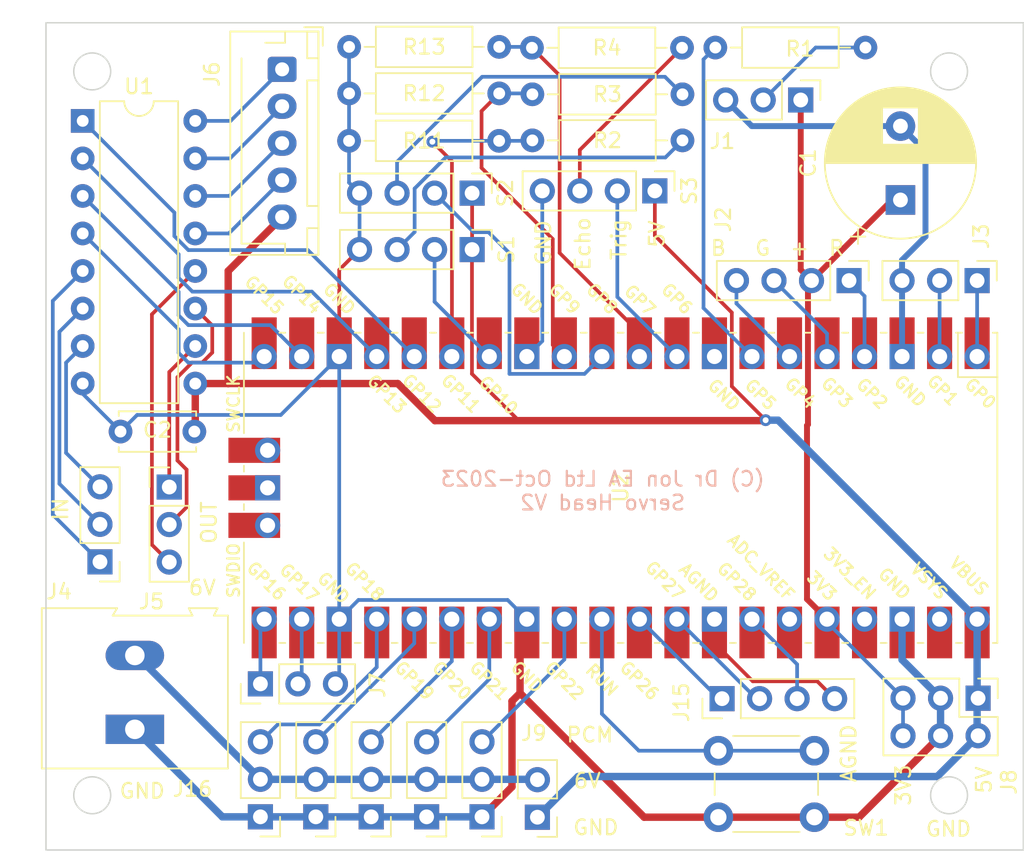
<source format=kicad_pcb>
(kicad_pcb (version 20211014) (generator pcbnew)
  (layers (0 "F.Cu" signal) (31 "B.Cu" signal) (34 "B.Paste" user) (35 "F.Paste" user) (36 "B.SilkS" user "B.Silkscreen") (37 "F.SilkS" user "F.Silkscreen") (38 "B.Mask" user) (39 "F.Mask" user) (44 "Edge.Cuts" user))
  (net 0 "")
  (net 1 "+3.3V")
  (net 2 "GND")
  (net 3 "Net-(D1-Pad4)")
  (net 4 "Net-(J2-Pad1)")
  (net 5 "Net-(J3-Pad1)")
  (net 6 "Net-(J2-Pad3)")
  (net 7 "Net-(J2-Pad4)")
  (net 8 "Net-(J3-Pad2)")
  (net 9 "Net-(U1-Pad5)")
  (net 10 "Net-(U1-Pad6)")
  (net 11 "+6V")
  (net 12 "Net-(U1-Pad7)")
  (net 13 "Net-(U1-Pad10)")
  (net 14 "Net-(U1-Pad11)")
  (net 15 "Net-(J10-Pad3)")
  (net 16 "Net-(J11-Pad3)")
  (net 17 "Net-(J12-Pad3)")
  (net 18 "Net-(U1-Pad12)")
  (net 19 "Net-(J6-Pad1)")
  (net 20 "Net-(J14-Pad3)")
  (net 21 "Net-(J6-Pad2)")
  (net 22 "Net-(R1-Pad2)")
  (net 23 "Net-(R2-Pad1)")
  (net 24 "Net-(R11-Pad1)")
  (net 25 "Net-(R3-Pad1)")
  (net 26 "Net-(R12-Pad1)")
  (net 27 "Net-(R4-Pad1)")
  (net 28 "Net-(R13-Pad1)")
  (net 29 "Net-(S1-Pad2)")
  (net 30 "Net-(S2-Pad2)")
  (net 31 "Net-(S3-Pad2)")
  (net 32 "Net-(SW1-Pad1)")
  (net 33 "Net-(J6-Pad3)")
  (net 34 "Net-(J6-Pad4)")
  (net 35 "Net-(U2-Pad21)")
  (net 36 "Net-(U2-Pad22)")
  (net 37 "Net-(J13-Pad3)")
  (net 38 "Net-(J15-Pad1)")
  (net 39 "Net-(J15-Pad3)")
  (net 40 "Net-(U2-Pad20)")
  (net 41 "Net-(U2-Pad19)")
  (net 42 "Net-(U2-Pad17)")
  (net 43 "Net-(U2-Pad16)")
  (net 51 "Net-(U2-Pad32)")
  (net 52 "Net-(U2-Pad33)")
  (net 53 "+5V")
  (footprint "Connector_PinHeader_2.54mm:PinHeader_1x03_P2.54mm_Vertical" (layer "F.Cu") (at 53.75 84.75 180)
    (fp_text reference "J11" hide)
    (fp_text value "Conn_01x03_Male")
  )
  (footprint "MCU_RaspberryPi_and_Boards:RPi_Pico_SMD_TH" (layer "F.Cu") (at 66.885 62.48 -90)
    (fp_text reference "U2")
    (fp_text value "Pico")
  )
  (footprint "Connector_PinHeader_2.54mm:PinHeader_1x03_P2.54mm_Vertical" (layer "F.Cu") (at 31.64 67.49 180)
    (fp_text reference "J4")
    (fp_text value "Conn_01x03_Male")
  )
  (footprint "Connector_PinHeader_2.54mm:PinHeader_1x03_P2.54mm_Vertical" (layer "F.Cu") (at 79.075 36.225 -90)
    (fp_text reference "J1")
    (fp_text value "Conn_01x03_Male")
  )
  (footprint "Resistor_THT:R_Axial_DIN0207_L6.3mm_D2.5mm_P10.16mm_Horizontal" (layer "F.Cu") (at 58.66 38.99 180)
    (fp_text reference "R11")
    (fp_text value "3k3")
  )
  (footprint "Button_Switch_THT:SW_PUSH_6mm" (layer "F.Cu") (at 73.5 80.275)
    (fp_text reference "SW1")
    (fp_text value "SW_Push")
  )
  (footprint "Connector_PinHeader_2.54mm:PinHeader_1x03_P2.54mm_Vertical" (layer "F.Cu") (at 36.33 62.425)
    (fp_text reference "J5")
    (fp_text value "Conn_01x03_Male")
  )
  (footprint "Connector_PinHeader_2.54mm:PinHeader_1x04_P2.54mm_Vertical" (layer "F.Cu") (at 73.75 76.75 90)
    (fp_text reference "J15")
    (fp_text value "Conn_01x04_Male")
  )
  (footprint "Connector_JST:JST_XH_B5B-XH-AM_1x05_P2.50mm_Vertical" (layer "F.Cu") (at 43.97 34.15 -90)
    (fp_text reference "J6")
    (fp_text value "Conn_01x05")
  )
  (footprint "TerminalBlock:TerminalBlock_Altech_AK300-2_P5.00mm" (layer "F.Cu") (at 34 78.827 90)
    (fp_text reference "J16")
    (fp_text value "Screw_Terminal_01x02")
  )
  (footprint "Connector_PinHeader_2.54mm:PinHeader_1x04_P2.54mm_Vertical" (layer "F.Cu") (at 56.83 46.35 -90)
    (fp_text reference "S1")
    (fp_text value "HCSR04")
  )
  (footprint "Connector_PinHeader_2.54mm:PinHeader_1x04_P2.54mm_Vertical" (layer "F.Cu") (at 69.2 42.38 -90)
    (fp_text reference "S3")
    (fp_text value "HCSR04")
  )
  (footprint "Capacitor_THT:CP_Radial_D10.0mm_P5.00mm" (layer "F.Cu") (at 85.825 42.992677 90)
    (fp_text reference "C1")
    (fp_text value "C_Polarized")
  )
  (footprint "Resistor_THT:R_Axial_DIN0207_L6.3mm_D2.5mm_P10.16mm_Horizontal" (layer "F.Cu") (at 71.04 32.69 180)
    (fp_text reference "R4")
    (fp_text value "2K2")
  )
  (footprint "Resistor_THT:R_Axial_DIN0207_L6.3mm_D2.5mm_P10.16mm_Horizontal" (layer "F.Cu") (at 58.665 32.63 180)
    (fp_text reference "R13")
    (fp_text value "3k3")
  )
  (footprint "Connector_PinHeader_2.54mm:PinHeader_2x03_P2.54mm_Vertical" (layer "F.Cu") (at 91.08 76.72 -90)
    (fp_text reference "J8")
    (fp_text value "Conn_02x03_Odd_Even")
  )
  (footprint "Resistor_THT:R_Axial_DIN0207_L6.3mm_D2.5mm_P10.16mm_Horizontal" (layer "F.Cu") (at 83.455 32.675 180)
    (fp_text reference "R1")
    (fp_text value "220R")
  )
  (footprint "Connector_PinHeader_2.54mm:PinHeader_1x03_P2.54mm_Vertical" (layer "F.Cu") (at 91.015 48.45 -90)
    (fp_text reference "J3")
    (fp_text value "Conn_01x03_Male")
  )
  (footprint "Capacitor_THT:C_Disc_D5.0mm_W2.5mm_P5.00mm" (layer "F.Cu") (at 38.03 58.67 180)
    (fp_text reference "C2")
    (fp_text value "100nF")
  )
  (footprint "Connector_PinHeader_2.54mm:PinHeader_1x03_P2.54mm_Vertical" (layer "F.Cu") (at 42.5 75.75 90)
    (fp_text reference "J7")
    (fp_text value "Conn_01x03_Male")
  )
  (footprint "Resistor_THT:R_Axial_DIN0207_L6.3mm_D2.5mm_P10.16mm_Horizontal" (layer "F.Cu") (at 71.07 35.84 180)
    (fp_text reference "R3")
    (fp_text value "2K2")
  )
  (footprint "Connector_PinHeader_2.54mm:PinHeader_1x04_P2.54mm_Vertical" (layer "F.Cu") (at 82.345 48.45 -90)
    (fp_text reference "J2")
    (fp_text value "Conn_01x04_Male")
  )
  (footprint "Connector_PinHeader_2.54mm:PinHeader_1x03_P2.54mm_Vertical" (layer "F.Cu") (at 50 84.75 180)
    (fp_text reference "J12" hide)
    (fp_text value "Conn_01x03_Male")
  )
  (footprint "Resistor_THT:R_Axial_DIN0207_L6.3mm_D2.5mm_P10.16mm_Horizontal" (layer "F.Cu") (at 58.665 35.78 180)
    (fp_text reference "R12")
    (fp_text value "3k3")
  )
  (footprint "Connector_PinHeader_2.54mm:PinHeader_1x03_P2.54mm_Vertical" (layer "F.Cu") (at 57.5 84.75 180)
    (fp_text reference "J10" hide)
    (fp_text value "Conn_01x03_Male")
  )
  (footprint "Connector_PinHeader_2.54mm:PinHeader_1x02_P2.54mm_Vertical" (layer "F.Cu") (at 61.25 84.775 180)
    (fp_text reference "J9")
    (fp_text value "Conn_01x02_Male")
  )
  (footprint "Package_DIP:DIP-16_W7.62mm" (layer "F.Cu") (at 30.47 37.64)
    (fp_text reference "U1")
    (fp_text value "ULN2003")
  )
  (footprint "Connector_PinHeader_2.54mm:PinHeader_1x03_P2.54mm_Vertical" (layer "F.Cu") (at 46.25 84.75 180)
    (fp_text reference "J13" hide)
    (fp_text value "Conn_01x03_Male")
  )
  (footprint "Resistor_THT:R_Axial_DIN0207_L6.3mm_D2.5mm_P10.16mm_Horizontal" (layer "F.Cu") (at 71.07 38.96 180)
    (fp_text reference "R2")
    (fp_text value "2K2")
  )
  (footprint "Connector_PinHeader_2.54mm:PinHeader_1x03_P2.54mm_Vertical" (layer "F.Cu") (at 42.5 84.75 180)
    (fp_text reference "J14" hide)
    (fp_text value "Conn_01x03_Male")
  )
  (footprint "Connector_PinHeader_2.54mm:PinHeader_1x04_P2.54mm_Vertical" (layer "F.Cu") (at 56.83 42.53 -90)
    (fp_text reference "S2")
    (fp_text value "HCSR04")
  )
  (gr_circle (center 31.115 83.29) (end 32.365 83.29) (layer "Edge.Cuts") (width 0.1) (fill none))
  (gr_circle (center 31.115 34.29) (end 32.365 34.29) (layer "Edge.Cuts") (width 0.1) (fill none))
  (gr_rect (start 27.985 30.995) (end 94.145 86.995) (layer "Edge.Cuts") (width 0.1) (fill none))
  (gr_circle (center 89.115 83.29) (end 90.365 83.29) (layer "Edge.Cuts") (width 0.1) (fill none))
  (gr_circle (center 89.115 34.29) (end 90.365 34.29) (layer "Edge.Cuts") (width 0.1) (fill none))
  (gr_text "(C) Dr Jon EA Ltd Oct-2023\nServo Head V2" (at 65.67 62.68) (layer "B.SilkS") (effects (font (size 1 1)) (justify mirror)))
  (gr_text "GND" (at 34.5 83) (layer "F.SilkS") (effects (font (size 1 1))))
  (gr_text "G" (at 76.5 46.25) (layer "F.SilkS") (effects (font (size 1 1))))
  (gr_text "5V" (at 69.34 45.29 90) (layer "F.SilkS") (effects (font (size 1 1))))
  (gr_text "+" (at 79 46.25) (layer "F.SilkS") (effects (font (size 1 1))))
  (gr_text "B" (at 73.5 46.25) (layer "F.SilkS") (effects (font (size 1 1))))
  (gr_text "IN" (at 28.97 63.92 90) (layer "F.SilkS") (effects (font (size 1 1))))
  (gr_text "6V" (at 38.57 69.24) (layer "F.SilkS") (effects (font (size 1 1))))
  (gr_text "3V3" (at 86.02 82.6 90) (layer "F.SilkS") (effects (font (size 1 1))))
  (gr_text "PCM" (at 64.8 79.2) (layer "F.SilkS") (effects (font (size 1 1))))
  (gr_text "6V" (at 64.63 82.31) (layer "F.SilkS") (effects (font (size 1 1))))
  (gr_text "GND" (at 89.08 85.57) (layer "F.SilkS") (effects (font (size 1 1))))
  (gr_text "OUT" (at 39.02 64.835 90) (layer "F.SilkS") (effects (font (size 1 1))))
  (gr_text "Trig" (at 66.76 45.67 90) (layer "F.SilkS") (effects (font (size 1 1))))
  (gr_text "AGND" (at 82.325 80.45 90) (layer "F.SilkS") (effects (font (size 1 1))))
  (gr_text "Echo" (at 64.32 45.97 90) (layer "F.SilkS") (effects (font (size 1 1))))
  (gr_text "GND" (at 61.66 45.89 90) (layer "F.SilkS") (effects (font (size 1 1))))
  (gr_text "GND" (at 65.21 85.47) (layer "F.SilkS") (effects (font (size 1 1))))
  (gr_text "5V" (at 91.48 82.25 90) (layer "F.SilkS") (effects (font (size 1 1))))
  (gr_text "R" (at 81.5 46.25) (layer "F.SilkS") (effects (font (size 1 1))))
  (segment (start 79.5 58.26) (end 79.565 58.195) (width 0.4) (layer "F.Cu") (net 1))
  (segment (start 79.075 47.72) (end 79.805 48.45) (width 0.4) (layer "F.Cu") (net 1))
  (segment (start 85.262323 42.992677) (end 85.825 42.992677) (width 0.4) (layer "F.Cu") (net 1))
  (segment (start 80.855 71.37) (end 79.5 70.015) (width 0.4) (layer "F.Cu") (net 1))
  (segment (start 79.5 70.015) (end 79.5 58.26) (width 0.4) (layer "F.Cu") (net 1))
  (segment (start 79.805 48.45) (end 85.262323 42.992677) (width 0.4) (layer "F.Cu") (net 1))
  (segment (start 79.565 48.69) (end 79.805 48.45) (width 0.4) (layer "F.Cu") (net 1))
  (segment (start 79.075 36.225) (end 79.075 47.72) (width 0.4) (layer "F.Cu") (net 1))
  (segment (start 79.565 58.195) (end 79.565 48.69) (width 0.4) (layer "F.Cu") (net 1))
  (segment (start 80.855 71.37) (end 80.855 71.575) (width 0.25) (layer "B.Cu") (net 1))
  (segment (start 80.855 71.575) (end 86 76.72) (width 0.25) (layer "B.Cu") (net 1))
  (segment (start 86 76.72) (end 86 79.26) (width 0.25) (layer "B.Cu") (net 1))
  (segment (start 88.54 79.26) (end 83.025 84.775) (width 0.5) (layer "F.Cu") (net 2))
  (segment (start 59.53 76.92) (end 59.53 82.72) (width 0.5) (layer "F.Cu") (net 2))
  (segment (start 80 84.775) (end 73.5 84.775) (width 0.5) (layer "F.Cu") (net 2))
  (segment (start 83.025 84.775) (end 80 84.775) (width 0.5) (layer "F.Cu") (net 2))
  (segment (start 49.21 46.35) (end 47.835 47.725) (width 0.25) (layer "F.Cu") (net 2))
  (segment (start 60.075 76.375) (end 59.53 76.92) (width 0.5) (layer "F.Cu") (net 2))
  (segment (start 73.5 84.775) (end 68.475 84.775) (width 0.5) (layer "F.Cu") (net 2))
  (segment (start 68.475 84.775) (end 60.075 76.375) (width 0.5) (layer "F.Cu") (net 2))
  (segment (start 60.535 71.37) (end 60.075 71.83) (width 0.5) (layer "F.Cu") (net 2))
  (segment (start 60.075 71.83) (end 60.075 76.375) (width 0.5) (layer "F.Cu") (net 2))
  (segment (start 59.53 82.72) (end 57.5 84.75) (width 0.5) (layer "F.Cu") (net 2))
  (segment (start 47.835 47.725) (end 47.835 53.59) (width 0.25) (layer "F.Cu") (net 2))
  (segment (start 75.762677 37.992677) (end 85.825 37.992677) (width 0.4) (layer "B.Cu") (net 2))
  (segment (start 85.935 74.115) (end 88.54 76.72) (width 0.5) (layer "B.Cu") (net 2))
  (segment (start 85.935 47.055) (end 85.935 48.45) (width 0.4) (layer "B.Cu") (net 2))
  (segment (start 49.135 70.07) (end 47.835 71.37) (width 0.25) (layer "B.Cu") (net 2))
  (segment (start 30.47 56.11) (end 30.47 55.42) (width 0.25) (layer "B.Cu") (net 2))
  (segment (start 33.03 58.67) (end 30.47 56.11) (width 0.25) (layer "B.Cu") (net 2))
  (segment (start 33.03 58.67) (end 34.155 57.545) (width 0.25) (layer "B.Cu") (net 2))
  (segment (start 59.235 70.07) (end 49.135 70.07) (width 0.25) (layer "B.Cu") (net 2))
  (segment (start 85.935 53.59) (end 85.935 48.45) (width 0.4) (layer "B.Cu") (net 2))
  (segment (start 47.835 71.37) (end 47.835 75.495) (width 0.25) (layer "B.Cu") (net 2))
  (segment (start 87.52 39.687677) (end 87.52 45.47) (width 0.4) (layer "B.Cu") (net 2))
  (segment (start 48.5 38.99) (end 48.5 32.635) (width 0.25) (layer "B.Cu") (net 2))
  (segment (start 73.995 36.225) (end 75.762677 37.992677) (width 0.4) (layer "B.Cu") (net 2))
  (segment (start 39.923 84.75) (end 34 78.827) (width 0.5) (layer "B.Cu") (net 2))
  (segment (start 48.5 38.99) (end 48.5 41.82) (width 0.25) (layer "B.Cu") (net 2))
  (segment (start 61.58 52.545) (end 60.535 53.59) (width 0.25) (layer "B.Cu") (net 2))
  (segment (start 48.5 41.82) (end 49.21 42.53) (width 0.25) (layer "B.Cu") (net 2))
  (segment (start 48.5 32.635) (end 48.505 32.63) (width 0.25) (layer "B.Cu") (net 2))
  (segment (start 87.52 45.47) (end 85.935 47.055) (width 0.4) (layer "B.Cu") (net 2))
  (segment (start 34.155 57.545) (end 43.88 57.545) (width 0.25) (layer "B.Cu") (net 2))
  (segment (start 57.5 84.75) (end 42.5 84.75) (width 0.5) (layer "B.Cu") (net 2))
  (segment (start 60.535 71.37) (end 59.235 70.07) (width 0.25) (layer "B.Cu") (net 2))
  (segment (start 43.88 57.545) (end 47.835 53.59) (width 0.25) (layer "B.Cu") (net 2))
  (segment (start 47.835 75.495) (end 47.58 75.75) (width 0.25) (layer "B.Cu") (net 2))
  (segment (start 85.825 37.992677) (end 87.52 39.687677) (width 0.4) (layer "B.Cu") (net 2))
  (segment (start 49.21 46.35) (end 49.21 42.53) (width 0.25) (layer "B.Cu") (net 2))
  (segment (start 42.5 84.75) (end 39.923 84.75) (width 0.5) (layer "B.Cu") (net 2))
  (segment (start 61.58 42.38) (end 61.58 52.545) (width 0.25) (layer "B.Cu") (net 2))
  (segment (start 85.935 71.37) (end 85.935 74.115) (width 0.5) (layer "B.Cu") (net 2))
  (segment (start 47.835 53.59) (end 47.835 71.37) (width 0.25) (layer "B.Cu") (net 2))
  (segment (start 88.54 76.72) (end 88.54 79.26) (width 0.5) (layer "B.Cu") (net 2))
  (segment (start 76.535 36.225) (end 80.085 32.675) (width 0.25) (layer "B.Cu") (net 3))
  (segment (start 80.085 32.675) (end 83.455 32.675) (width 0.25) (layer "B.Cu") (net 3))
  (segment (start 83.395 49.5) (end 82.345 48.45) (width 0.25) (layer "B.Cu") (net 4))
  (segment (start 83.395 53.59) (end 83.395 49.5) (width 0.25) (layer "B.Cu") (net 4))
  (segment (start 91.015 53.59) (end 91.015 48.45) (width 0.25) (layer "B.Cu") (net 5))
  (segment (start 80.855 52.04) (end 77.265 48.45) (width 0.25) (layer "B.Cu") (net 6))
  (segment (start 80.855 53.59) (end 80.855 52.04) (width 0.25) (layer "B.Cu") (net 6))
  (segment (start 74.725 50) (end 74.725 48.45) (width 0.25) (layer "B.Cu") (net 7))
  (segment (start 78.315 53.59) (end 74.725 50) (width 0.25) (layer "B.Cu") (net 7))
  (segment (start 88.475 53.59) (end 88.475 48.45) (width 0.25) (layer "B.Cu") (net 8))
  (segment (start 28.445 49.825) (end 28.445 64.295) (width 0.25) (layer "B.Cu") (net 9))
  (segment (start 28.445 64.295) (end 31.64 67.49) (width 0.25) (layer "B.Cu") (net 9))
  (segment (start 30.47 47.8) (end 28.445 49.825) (width 0.25) (layer "B.Cu") (net 9))
  (segment (start 30.47 50.34) (end 28.895 51.915) (width 0.25) (layer "B.Cu") (net 10))
  (segment (start 28.895 62.205) (end 31.64 64.95) (width 0.25) (layer "B.Cu") (net 10))
  (segment (start 28.895 51.915) (end 28.895 62.205) (width 0.25) (layer "B.Cu") (net 10))
  (segment (start 42.5 82.21) (end 61.225 82.21) (width 0.5) (layer "B.Cu") (net 11))
  (segment (start 61.225 82.21) (end 61.25 82.235) (width 0.5) (layer "B.Cu") (net 11))
  (segment (start 34 73.827) (end 34.117 73.827) (width 0.5) (layer "B.Cu") (net 11))
  (segment (start 34.117 73.827) (end 42.5 82.21) (width 0.5) (layer "B.Cu") (net 11))
  (segment (start 29.345 54.005) (end 29.345 60.115) (width 0.25) (layer "B.Cu") (net 12))
  (segment (start 30.47 52.88) (end 29.345 54.005) (width 0.25) (layer "B.Cu") (net 12))
  (segment (start 29.345 60.115) (end 31.64 62.41) (width 0.25) (layer "B.Cu") (net 12))
  (segment (start 36.33 62.425) (end 36.33 54.64) (width 0.25) (layer "F.Cu") (net 13))
  (segment (start 36.33 54.64) (end 38.09 52.88) (width 0.25) (layer "F.Cu") (net 13))
  (segment (start 38.555991 54.005) (end 39.24 53.320991) (width 0.25) (layer "F.Cu") (net 14))
  (segment (start 37.505 63.79) (end 37.505 61.25) (width 0.25) (layer "F.Cu") (net 14))
  (segment (start 36.33 64.965) (end 37.505 63.79) (width 0.25) (layer "F.Cu") (net 14))
  (segment (start 36.883198 54.991802) (end 37.87 54.005) (width 0.25) (layer "F.Cu") (net 14))
  (segment (start 39.24 51.49) (end 38.09 50.34) (width 0.25) (layer "F.Cu") (net 14))
  (segment (start 37.505 61.25) (end 36.883198 60.628198) (width 0.25) (layer "F.Cu") (net 14))
  (segment (start 36.883198 60.628198) (end 36.883198 54.991802) (width 0.25) (layer "F.Cu") (net 14))
  (segment (start 37.87 54.005) (end 38.555991 54.005) (width 0.25) (layer "F.Cu") (net 14))
  (segment (start 39.24 53.320991) (end 39.24 51.49) (width 0.25) (layer "F.Cu") (net 14))
  (segment (start 63.075 74.095) (end 57.5 79.67) (width 0.25) (layer "B.Cu") (net 15))
  (segment (start 63.075 71.37) (end 63.075 74.095) (width 0.25) (layer "B.Cu") (net 15))
  (segment (start 57.995 75.425) (end 53.75 79.67) (width 0.25) (layer "B.Cu") (net 16))
  (segment (start 57.995 71.37) (end 57.995 75.425) (width 0.25) (layer "B.Cu") (net 16))
  (segment (start 55.455 71.37) (end 55.455 74.215) (width 0.25) (layer "B.Cu") (net 17))
  (segment (start 55.455 74.215) (end 50 79.67) (width 0.25) (layer "B.Cu") (net 17))
  (segment (start 35.155 50.735) (end 38.09 47.8) (width 0.25) (layer "F.Cu") (net 18))
  (segment (start 36.33 67.505) (end 35.155 66.33) (width 0.25) (layer "F.Cu") (net 18))
  (segment (start 35.155 66.33) (end 35.155 50.735) (width 0.25) (layer "F.Cu") (net 18))
  (segment (start 38.09 37.64) (end 40.48 37.64) (width 0.25) (layer "B.Cu") (net 19))
  (segment (start 40.48 37.64) (end 43.97 34.15) (width 0.25) (layer "B.Cu") (net 19))
  (segment (start 43.675 78.495) (end 42.5 79.67) (width 0.25) (layer "B.Cu") (net 20))
  (segment (start 50.375 71.37) (end 50.375 74.616701) (width 0.25) (layer "B.Cu") (net 20))
  (segment (start 50.375 74.616701) (end 46.496701 78.495) (width 0.25) (layer "B.Cu") (net 20))
  (segment (start 46.496701 78.495) (end 43.675 78.495) (width 0.25) (layer "B.Cu") (net 20))
  (segment (start 40.44 40.18) (end 43.97 36.65) (width 0.25) (layer "B.Cu") (net 21))
  (segment (start 38.09 40.18) (end 40.44 40.18) (width 0.25) (layer "B.Cu") (net 21))
  (segment (start 72.495001 50.310001) (end 75.775 53.59) (width 0.25) (layer "B.Cu") (net 22))
  (segment (start 73.295 32.675) (end 72.495001 33.474999) (width 0.25) (layer "B.Cu") (net 22))
  (segment (start 72.495001 33.474999) (end 72.495001 50.310001) (width 0.25) (layer "B.Cu") (net 22))
  (segment (start 71.07 38.96) (end 69.915 40.115) (width 0.25) (layer "B.Cu") (net 23))
  (segment (start 52.94 45.16) (end 51.75 46.35) (width 0.25) (layer "B.Cu") (net 23))
  (segment (start 69.915 40.115) (end 55.043299 40.115) (width 0.25) (layer "B.Cu") (net 23))
  (segment (start 52.94 42.218299) (end 52.94 45.16) (width 0.25) (layer "B.Cu") (net 23))
  (segment (start 55.043299 40.115) (end 52.94 42.218299) (width 0.25) (layer "B.Cu") (net 23))
  (segment (start 54.14 39.05) (end 55.465 40.375) (width 0.25) (layer "F.Cu") (net 24))
  (segment (start 55.465 40.375) (end 55.465 53.58) (width 0.25) (layer "F.Cu") (net 24))
  (segment (start 55.465 53.58) (end 55.455 53.59) (width 0.25) (layer "F.Cu") (net 24))
  (via (at 54.14 39.05) (size 0.8) (drill 0.4) (layers "F.Cu" "B.Cu") (net 24))
  (segment (start 54.2 38.99) (end 54.14 39.05) (width 0.25) (layer "B.Cu") (net 24))
  (segment (start 58.66 38.99) (end 54.2 38.99) (width 0.25) (layer "B.Cu") (net 24))
  (segment (start 60.88 38.99) (end 60.91 38.96) (width 0.25) (layer "B.Cu") (net 24))
  (segment (start 58.66 38.99) (end 60.88 38.99) (width 0.25) (layer "B.Cu") (net 24))
  (segment (start 51.75 42.53) (end 51.75 40.414695) (width 0.25) (layer "B.Cu") (net 25))
  (segment (start 69.885 34.655) (end 71.07 35.84) (width 0.25) (layer "B.Cu") (net 25))
  (segment (start 51.75 40.414695) (end 57.509695 34.655) (width 0.25) (layer "B.Cu") (net 25))
  (segment (start 57.509695 34.655) (end 69.885 34.655) (width 0.25) (layer "B.Cu") (net 25))
  (segment (start 57.47 36.975) (end 57.47 40.82) (width 0.25) (layer "F.Cu") (net 26))
  (segment (start 62.29 52.805) (end 63.075 53.59) (width 0.25) (layer "F.Cu") (net 26))
  (segment (start 62.29 45.64) (end 62.29 52.805) (width 0.25) (layer "F.Cu") (net 26))
  (segment (start 58.665 35.78) (end 57.47 36.975) (width 0.25) (layer "F.Cu") (net 26))
  (segment (start 57.47 40.82) (end 62.29 45.64) (width 0.25) (layer "F.Cu") (net 26))
  (segment (start 60.85 35.78) (end 60.91 35.84) (width 0.25) (layer "B.Cu") (net 26))
  (segment (start 58.665 35.78) (end 60.85 35.78) (width 0.25) (layer "B.Cu") (net 26))
  (segment (start 64.12 39.61) (end 64.12 42.38) (width 0.25) (layer "F.Cu") (net 27))
  (segment (start 71.04 32.69) (end 64.12 39.61) (width 0.25) (layer "F.Cu") (net 27))
  (segment (start 62.755 34.565) (end 60.88 32.69) (width 0.25) (layer "F.Cu") (net 28))
  (segment (start 62.755 46.58) (end 62.755 34.565) (width 0.25) (layer "F.Cu") (net 28))
  (segment (start 68.155 51.98) (end 62.755 46.58) (width 0.25) (layer "F.Cu") (net 28))
  (segment (start 68.155 53.59) (end 68.155 51.98) (width 0.25) (layer "F.Cu") (net 28))
  (segment (start 60.82 32.63) (end 60.88 32.69) (width 0.25) (layer "B.Cu") (net 28))
  (segment (start 58.665 32.63) (end 60.82 32.63) (width 0.25) (layer "B.Cu") (net 28))
  (segment (start 54.29 46.35) (end 54.29 49.885) (width 0.25) (layer "B.Cu") (net 29))
  (segment (start 54.29 49.885) (end 57.995 53.59) (width 0.25) (layer "B.Cu") (net 29))
  (segment (start 57.94 45.175) (end 59.36 46.595) (width 0.25) (layer "B.Cu") (net 30))
  (segment (start 56.935 45.175) (end 57.94 45.175) (width 0.25) (layer "B.Cu") (net 30))
  (segment (start 59.36 54.765) (end 64.44 54.765) (width 0.25) (layer "B.Cu") (net 30))
  (segment (start 64.44 54.765) (end 65.615 53.59) (width 0.25) (layer "B.Cu") (net 30))
  (segment (start 54.29 42.53) (end 56.935 45.175) (width 0.25) (layer "B.Cu") (net 30))
  (segment (start 59.36 46.595) (end 59.36 54.765) (width 0.25) (layer "B.Cu") (net 30))
  (segment (start 66.66 42.38) (end 66.66 49.555) (width 0.25) (layer "B.Cu") (net 31))
  (segment (start 66.66 49.555) (end 70.695 53.59) (width 0.25) (layer "B.Cu") (net 31))
  (segment (start 65.615 71.37) (end 65.615 77.775) (width 0.25) (layer "B.Cu") (net 32))
  (segment (start 65.615 77.775) (end 68.115 80.275) (width 0.25) (layer "B.Cu") (net 32))
  (segment (start 68.115 80.275) (end 80 80.275) (width 0.25) (layer "B.Cu") (net 32))
  (segment (start 38.09 42.72) (end 40.4 42.72) (width 0.25) (layer "B.Cu") (net 33))
  (segment (start 40.4 42.72) (end 43.97 39.15) (width 0.25) (layer "B.Cu") (net 33))
  (segment (start 38.09 45.26) (end 40.36 45.26) (width 0.25) (layer "B.Cu") (net 34))
  (segment (start 40.36 45.26) (end 43.97 41.65) (width 0.25) (layer "B.Cu") (net 34))
  (segment (start 42.5 71.625) (end 42.5 75.75) (width 0.25) (layer "B.Cu") (net 35))
  (segment (start 42.755 71.37) (end 42.5 71.625) (width 0.25) (layer "B.Cu") (net 35))
  (segment (start 45.295 75.495) (end 45.04 75.75) (width 0.25) (layer "B.Cu") (net 36))
  (segment (start 45.295 71.37) (end 45.295 75.495) (width 0.25) (layer "B.Cu") (net 36))
  (segment (start 52.915 71.37) (end 52.915 73.005) (width 0.25) (layer "B.Cu") (net 37))
  (segment (start 52.915 73.005) (end 46.25 79.67) (width 0.25) (layer "B.Cu") (net 37))
  (segment (start 68.155 71.37) (end 73.535 76.75) (width 0.25) (layer "B.Cu") (net 38))
  (segment (start 73.535 76.75) (end 73.75 76.75) (width 0.25) (layer "B.Cu") (net 38))
  (segment (start 78.83 74.425) (end 78.83 76.75) (width 0.25) (layer "B.Cu") (net 39))
  (segment (start 75.775 71.37) (end 78.83 74.425) (width 0.25) (layer "B.Cu") (net 39))
  (segment (start 36.965 53.345991) (end 37.624009 54.005) (width 0.25) (layer "B.Cu") (net 40))
  (segment (start 42.34 54.005) (end 42.755 53.59) (width 0.25) (layer "B.Cu") (net 40))
  (segment (start 36.965 51.755) (end 36.965 53.345991) (width 0.25) (layer "B.Cu") (net 40))
  (segment (start 30.47 45.26) (end 36.965 51.755) (width 0.25) (layer "B.Cu") (net 40))
  (segment (start 37.624009 54.005) (end 42.34 54.005) (width 0.25) (layer "B.Cu") (net 40))
  (segment (start 37.624009 51.465) (end 43.17 51.465) (width 0.25) (layer "B.Cu") (net 41))
  (segment (start 36.965 49.215) (end 36.965 50.805991) (width 0.25) (layer "B.Cu") (net 41))
  (segment (start 43.17 51.465) (end 45.295 53.59) (width 0.25) (layer "B.Cu") (net 41))
  (segment (start 30.47 42.72) (end 36.965 49.215) (width 0.25) (layer "B.Cu") (net 41))
  (segment (start 36.965 50.805991) (end 37.624009 51.465) (width 0.25) (layer "B.Cu") (net 41))
  (segment (start 36.965 46.675) (end 36.965 48.265991) (width 0.25) (layer "B.Cu") (net 42))
  (segment (start 37.899009 49.2) (end 45.985 49.2) (width 0.25) (layer "B.Cu") (net 42))
  (segment (start 30.47 40.18) (end 36.965 46.675) (width 0.25) (layer "B.Cu") (net 42))
  (segment (start 36.965 48.265991) (end 37.899009 49.2) (width 0.25) (layer "B.Cu") (net 42))
  (segment (start 45.985 49.2) (end 50.375 53.59) (width 0.25) (layer "B.Cu") (net 42))
  (segment (start 37.624009 46.385) (end 45.71 46.385) (width 0.25) (layer "B.Cu") (net 43))
  (segment (start 45.71 46.385) (end 52.915 53.59) (width 0.25) (layer "B.Cu") (net 43))
  (segment (start 36.675 45.435991) (end 37.624009 46.385) (width 0.25) (layer "B.Cu") (net 43))
  (segment (start 30.47 37.64) (end 36.675 43.845) (width 0.25) (layer "B.Cu") (net 43))
  (segment (start 36.675 43.845) (end 36.675 45.435991) (width 0.25) (layer "B.Cu") (net 43))
  (segment (start 70.695 71.37) (end 76.075 76.75) (width 0.25) (layer "B.Cu") (net 51))
  (segment (start 76.075 76.75) (end 76.29 76.75) (width 0.25) (layer "B.Cu") (net 51))
  (segment (start 75.83 75.575) (end 80.195 75.575) (width 0.25) (layer "F.Cu") (net 52))
  (segment (start 80.195 75.575) (end 81.37 76.75) (width 0.25) (layer "F.Cu") (net 52))
  (segment (start 73.235 71.37) (end 73.235 72.98) (width 0.25) (layer "F.Cu") (net 52))
  (segment (start 73.235 72.98) (end 75.83 75.575) (width 0.25) (layer "F.Cu") (net 52))
  (segment (start 43.97 44.15) (end 40.32 47.8) (width 0.5) (layer "F.Cu") (net 53))
  (segment (start 40.32 47.8) (end 40.32 55.42) (width 0.5) (layer "F.Cu") (net 53))
  (segment (start 74.41 55.61) (end 76.7 57.9) (width 0.25) (layer "F.Cu") (net 53))
  (segment (start 56.82 54.765) (end 59.955 57.9) (width 0.25) (layer "F.Cu") (net 53))
  (segment (start 38.09 58.61) (end 38.03 58.67) (width 0.5) (layer "F.Cu") (net 53))
  (segment (start 74.41 50.615) (end 74.41 55.61) (width 0.25) (layer "F.Cu") (net 53))
  (segment (start 56.83 46.35) (end 56.82 46.36) (width 0.25) (layer "F.Cu") (net 53))
  (segment (start 38.09 55.42) (end 38.09 58.61) (width 0.5) (layer "F.Cu") (net 53))
  (segment (start 59.955 57.9) (end 76.7 57.9) (width 0.25) (layer "F.Cu") (net 53))
  (segment (start 56.83 42.53) (end 56.83 46.35) (width 0.25) (layer "F.Cu") (net 53))
  (segment (start 69.2 42.38) (end 69.2 45.405) (width 0.25) (layer "F.Cu") (net 53))
  (segment (start 40.32 55.42) (end 46.52 55.42) (width 0.5) (layer "F.Cu") (net 53))
  (segment (start 51.8 55.42) (end 54.31 57.93) (width 0.5) (layer "F.Cu") (net 53))
  (segment (start 69.2 45.405) (end 74.41 50.615) (width 0.25) (layer "F.Cu") (net 53))
  (segment (start 46.52 55.42) (end 51.8 55.42) (width 0.5) (layer "F.Cu") (net 53))
  (segment (start 54.31 57.93) (end 76.67 57.93) (width 0.5) (layer "F.Cu") (net 53))
  (segment (start 38.09 55.42) (end 40.32 55.42) (width 0.5) (layer "F.Cu") (net 53))
  (segment (start 56.82 46.36) (end 56.82 54.765) (width 0.25) (layer "F.Cu") (net 53))
  (segment (start 76.67 57.93) (end 76.7 57.9) (width 0.5) (layer "F.Cu") (net 53))
  (via (at 76.7 57.9) (size 0.8) (drill 0.4) (layers "F.Cu" "B.Cu") (net 53))
  (segment (start 91.015 79.195) (end 91.08 79.26) (width 0.5) (layer "B.Cu") (net 53))
  (segment (start 91.015 71.37) (end 91.015 79.195) (width 0.5) (layer "B.Cu") (net 53))
  (segment (start 88.318635 82.021365) (end 64.003635 82.021365) (width 0.5) (layer "B.Cu") (net 53))
  (segment (start 64.003635 82.021365) (end 61.25 84.775) (width 0.5) (layer "B.Cu") (net 53))
  (segment (start 77.545 57.9) (end 91.015 71.37) (width 0.5) (layer "B.Cu") (net 53))
  (segment (start 91.08 79.26) (end 88.318635 82.021365) (width 0.5) (layer "B.Cu") (net 53))
  (segment (start 76.7 57.9) (end 77.545 57.9) (width 0.5) (layer "B.Cu") (net 53))
)
</source>
